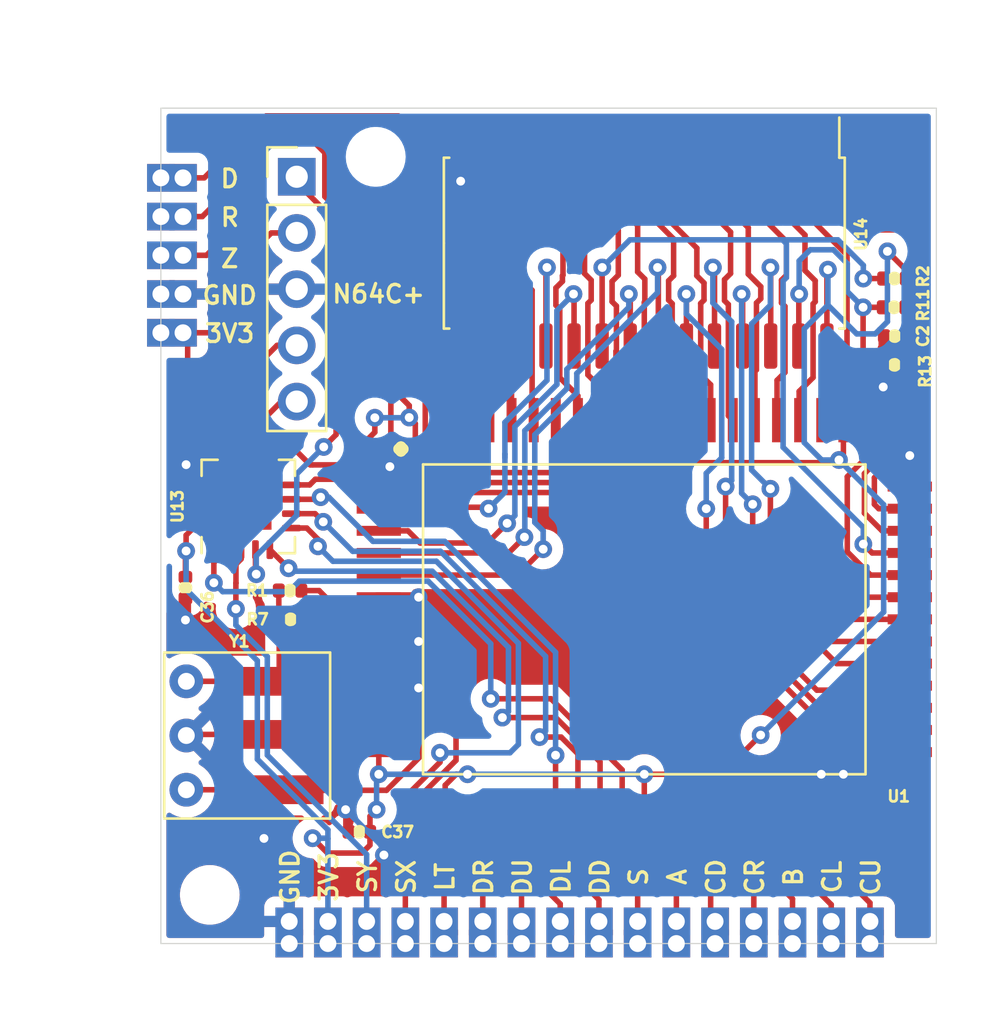
<source format=kicad_pcb>
(kicad_pcb (version 20240108) (generator "pcbnew") (generator_version "8.0")
  (layers (0 "F.Cu" signal) (31 "B.Cu" signal) (34 "B.Paste" user) (35 "F.Paste" user) (36 "B.SilkS" user "B.Silkscreen") (37 "F.SilkS" user "F.Silkscreen") (38 "B.Mask" user) (39 "F.Mask" user) (44 "Edge.Cuts" user))
  (net 0 "")
  (net 1 "MCLR")
  (net 2 "3V3")
  (net 3 "GND")
  (net 4 "DATA")
  (net 5 "A")
  (net 6 "B")
  (net 7 "S")
  (net 8 "L")
  (net 9 "R")
  (net 10 "Z")
  (net 11 "CL")
  (net 12 "CR")
  (net 13 "CU")
  (net 14 "CD")
  (net 15 "DL")
  (net 16 "DR")
  (net 17 "DU")
  (net 18 "DD")
  (net 19 "SX")
  (net 20 "SY")
  (net 21 "DQ6")
  (net 22 "DQ7")
  (net 23 "A10")
  (net 24 "OE")
  (net 25 "Net-(U1-Pad9)")
  (net 26 "OSC1")
  (net 27 "OSC2")
  (net 28 "XA")
  (net 29 "XB")
  (net 30 "YB")
  (net 31 "YA")
  (net 32 "A11")
  (net 33 "A9")
  (net 34 "A8")
  (net 35 "A13")
  (net 36 "WE")
  (net 37 "Net-(R13-Pad2)")
  (net 38 "A14")
  (net 39 "A12")
  (net 40 "A7")
  (net 41 "A6")
  (net 42 "A5")
  (net 43 "A4")
  (net 44 "A3")
  (net 45 "A2")
  (net 46 "A1")
  (net 47 "A0")
  (net 48 "DQ0")
  (net 49 "DQ1")
  (net 50 "DQ2")
  (net 51 "DQ3")
  (net 52 "DQ4")
  (net 53 "DQ5")
  (net 54 "Net-(U13-Pad10)")
  (net 55 "Net-(U13-Pad14)")
  (net 56 "Net-(U13-Pad15)")
  (net 57 "CE")
  (net 58 "Net-(R1-Pad1)")
  (net 59 "Net-(J2-Pad4)")
  (net 60 "Net-(J2-Pad5)")
  (footprint "GCPLUS2_4LAYER:pad_castellated1" (layer "F.Cu") (at 111.15 42 -90)
    (property "Reference" "TP1" (hide yes))
    (property "Value" "TestPoint")
  )
  (footprint "GCPLUS2_4LAYER:pad_castellated1" (layer "F.Cu") (at 111.15 43.75 -90)
    (property "Reference" "TP2" (hide yes))
    (property "Value" "TestPoint")
  )
  (footprint "GCPLUS2_4LAYER:pad_castellated1" (layer "F.Cu") (at 111.15 36.75 -90)
    (property "Reference" "TP3" (hide yes))
    (property "Value" "TestPoint")
  )
  (footprint "GCPLUS2_4LAYER:pad_castellated1" (layer "F.Cu") (at 133.45 70.35)
    (property "Reference" "TP4" (hide yes))
    (property "Value" "TestPoint")
  )
  (footprint "GCPLUS2_4LAYER:pad_castellated1" (layer "F.Cu") (at 138.7 70.35)
    (property "Reference" "TP5" (hide yes))
    (property "Value" "TestPoint")
  )
  (footprint "GCPLUS2_4LAYER:pad_castellated1" (layer "F.Cu") (at 131.7 70.35)
    (property "Reference" "TP6" (hide yes))
    (property "Value" "TestPoint")
  )
  (footprint "GCPLUS2_4LAYER:pad_castellated1" (layer "F.Cu") (at 111.15 38.5 -90)
    (property "Reference" "TP8" (hide yes))
    (property "Value" "TestPoint")
  )
  (footprint "GCPLUS2_4LAYER:pad_castellated1" (layer "F.Cu") (at 140.45 70.35)
    (property "Reference" "TP10" (hide yes))
    (property "Value" "TestPoint")
  )
  (footprint "GCPLUS2_4LAYER:pad_castellated1" (layer "F.Cu") (at 136.95 70.35)
    (property "Reference" "TP11" (hide yes))
    (property "Value" "TestPoint")
  )
  (footprint "GCPLUS2_4LAYER:pad_castellated1" (layer "F.Cu") (at 142.2 70.35)
    (property "Reference" "TP12" (hide yes))
    (property "Value" "TestPoint")
  )
  (footprint "GCPLUS2_4LAYER:pad_castellated1" (layer "F.Cu") (at 135.2 70.35)
    (property "Reference" "TP13" (hide yes))
    (property "Value" "TestPoint")
  )
  (footprint "GCPLUS2_4LAYER:pad_castellated1" (layer "F.Cu") (at 128.2 70.35)
    (property "Reference" "TP14" (hide yes))
    (property "Value" "TestPoint")
  )
  (footprint "GCPLUS2_4LAYER:pad_castellated1" (layer "F.Cu") (at 124.7 70.35)
    (property "Reference" "TP15" (hide yes))
    (property "Value" "TestPoint")
  )
  (footprint "GCPLUS2_4LAYER:pad_castellated1" (layer "F.Cu") (at 126.45 70.35)
    (property "Reference" "TP16" (hide yes))
    (property "Value" "TestPoint")
  )
  (footprint "GCPLUS2_4LAYER:pad_castellated1" (layer "F.Cu") (at 129.95 70.35)
    (property "Reference" "TP17" (hide yes))
    (property "Value" "TestPoint")
  )
  (footprint "GCPLUS2_4LAYER:pad_castellated1" (layer "F.Cu") (at 121.2 70.35)
    (property "Reference" "TP18" (hide yes))
    (property "Value" "TestPoint")
  )
  (footprint "GCPLUS2_4LAYER:pad_castellated1" (layer "F.Cu") (at 119.45 70.35)
    (property "Reference" "TP19" (hide yes))
    (property "Value" "TestPoint")
  )
  (footprint "Package_DFN_QFN:QFN-16-1EP_4x4mm_P0.65mm_EP2.1x2.1mm" (layer "F.Cu") (at 114.1 51.6 90)
    (property "Reference" "U13")
    (property "Value" "Wii_reg-cache_pic16f15324_PIC16F15324-N64_PMS-cache")
  )
  (footprint "Package_SO:SOIC-28W_7.5x17.9mm_P1.27mm" (layer "F.Cu") (at 132 39.7 -90)
    (property "Reference" "U14")
    (property "Value" "FM28V020")
  )
  (footprint "N64SP PCB V2_footprints:NUS-OSC" (layer "F.Cu") (at 111.5 61.9 180)
    (property "Reference" "Y1")
    (property "Value" "Crystal_GND3")
  )
  (footprint "GCPLUS2_4LAYER:C_0402_custom" (layer "F.Cu") (at 143.32 43.9)
    (property "Reference" "C2")
    (property "Value" "1uF")
  )
  (footprint "GCPLUS2_4LAYER:C_0402_custom" (layer "F.Cu") (at 111.26 55.27 90)
    (property "Reference" "C36")
    (property "Value" ".1uF")
  )
  (footprint "GCPLUS2_4LAYER:C_0402_custom" (layer "F.Cu") (at 119.12 66.3)
    (property "Reference" "C37")
    (property "Value" "1uF")
  )
  (footprint "GCPLUS2_4LAYER:R_0402_custom" (layer "F.Cu") (at 115.99 55.4)
    (property "Reference" "R1")
    (property "Value" "1M")
  )
  (footprint "GCPLUS2_4LAYER:R_0402_custom" (layer "F.Cu") (at 116.01 56.7 180)
    (property "Reference" "R7")
    (property "Value" "5.6k")
  )
  (footprint "GCPLUS2_4LAYER:R_0402_custom" (layer "F.Cu") (at 143.29 42.6 180)
    (property "Reference" "R11")
    (property "Value" "10K")
  )
  (footprint "GCPLUS2_4LAYER:R_0402_custom" (layer "F.Cu") (at 143.31 45.2)
    (property "Reference" "R13")
    (property "Value" "10K")
  )
  (footprint "N64SP PCB V2_footprints:CNT-NUS" (layer "F.Cu") (at 132 56.7)
    (property "Reference" "U1")
    (property "Value" "CNT-NUS")
  )
  (footprint "GCPLUS2_4LAYER:pad_castellated1" (layer "F.Cu") (at 111.15 40.25 -90)
    (property "Reference" "TP9" (hide yes))
    (property "Value" "TestPoint")
  )
  (footprint "GCPLUS2_4LAYER:pad_castellated1" (layer "F.Cu") (at 122.95 70.35)
    (property "Reference" "TP7" (hide yes))
    (property "Value" "TestPoint")
  )
  (footprint "GCPLUS2_4LAYER:R_0402_custom" (layer "F.Cu") (at 143.31 41.3 180)
    (property "Reference" "R2")
    (property "Value" "10K")
  )
  (footprint "GCPLUS2_4LAYER:pad_castellated1" (layer "F.Cu") (at 115.95 70.35)
    (property "Reference" "TP20" (hide yes))
    (property "Value" "TestPoint")
  )
  (footprint "GCPLUS2_4LAYER:pad_castellated1" (layer "F.Cu") (at 117.7 70.35)
    (property "Reference" "TP21" (hide yes))
    (property "Value" "TestPoint")
  )
  (footprint "MountingHole:MountingHole_2.2mm_M2" (layer "F.Cu") (at 112.36 69.15)
    (property "Reference" "REF**" (hide yes))
    (property "Value" "MountingHole_2.2mm_M2")
  )
  (footprint "MountingHole:MountingHole_2.2mm_M2" (layer "F.Cu") (at 119.86 35.8)
    (property "Reference" "REF**" (hide yes))
    (property "Value" "MountingHole_2.2mm_M2")
  )
  (footprint "Connector_PinHeader_2.54mm:PinHeader_1x05_P2.54mm_Vertical" (layer "F.Cu") (at 116.29 36.7)
    (property "Reference" "J2" (hide yes))
    (property "Value" "Conn_01x05_Female")
  )
  (gr_line (start 110.15 71.35) (end 110.15 33.6) (stroke (width 0.05)) (layer "Edge.Cuts"))
  (gr_line (start 145.2 71.35) (end 110.15 71.35) (stroke (width 0.05)) (layer "Edge.Cuts"))
  (gr_line (start 110.15 33.6) (end 145.2 33.6) (stroke (width 0.05)) (layer "Edge.Cuts"))
  (gr_line (start 145.2 33.6) (end 145.2 71.35) (stroke (width 0.05)) (layer "Edge.Cuts"))
  (gr_text "3V3" (at 113.26 43.78 0) (layer "F.SilkS") (effects (font (size 0.8 0.8))))
  (gr_text "D" (at 113.26 36.79 0) (layer "F.SilkS") (effects (font (size 0.8 0.8))))
  (gr_text "A" (at 133.49 68.34 90) (layer "F.SilkS") (effects (font (size 0.8 0.8))))
  (gr_text "CD" (at 135.24 68.34 90) (layer "F.SilkS") (effects (font (size 0.8 0.8))))
  (gr_text "GND" (at 113.26 42.06 0) (layer "F.SilkS") (effects (font (size 0.8 0.8))))
  (gr_text "R" (at 113.27 38.54 0) (layer "F.SilkS") (effects (font (size 0.8 0.8))))
  (gr_text "DU" (at 126.49 68.34 90) (layer "F.SilkS") (effects (font (size 0.8 0.8))))
  (gr_text "GND" (at 115.99 68.34 90) (layer "F.SilkS") (effects (font (size 0.8 0.8))))
  (gr_text "S" (at 131.74 68.34 90) (layer "F.SilkS") (effects (font (size 0.8 0.8))))
  (gr_text "N64C+" (at 119.99 42 0) (layer "F.SilkS") (effects (font (size 0.8 0.8))))
  (gr_text "B" (at 138.74 68.34 90) (layer "F.SilkS") (effects (font (size 0.8 0.8))))
  (gr_text "CL" (at 140.49 68.34 90) (layer "F.SilkS") (effects (font (size 0.8 0.8))))
  (gr_text "DR" (at 124.74 68.34 90) (layer "F.SilkS") (effects (font (size 0.8 0.8))))
  (gr_text "LT" (at 122.99 68.34 90) (layer "F.SilkS") (effects (font (size 0.8 0.8))))
  (gr_text "DD" (at 129.99 68.34 90) (layer "F.SilkS") (effects (font (size 0.8 0.8))))
  (gr_text "Z" (at 113.26 40.4 0) (layer "F.SilkS") (effects (font (size 0.8 0.8))))
  (gr_text "SX" (at 121.24 68.34 90) (layer "F.SilkS") (effects (font (size 0.8 0.8))))
  (gr_text "CR" (at 136.99 68.34 90) (layer "F.SilkS") (effects (font (size 0.8 0.8))))
  (gr_text "3V3" (at 117.74 68.34 90) (layer "F.SilkS") (effects (font (size 0.8 0.8))))
  (gr_text "SY" (at 119.49 68.34 90) (layer "F.SilkS") (effects (font (size 0.8 0.8))))
  (gr_text "CU" (at 142.24 68.34 90) (layer "F.SilkS") (effects (font (size 0.8 0.8))))
  (gr_text "DL" (at 128.24 68.34 90) (layer "F.SilkS") (effects (font (size 0.8 0.8))))
  (segment (start 118.07 38.74) (end 118.07 48.35) (width 0.25) (layer "F.Cu") (net 1))
  (segment (start 118.07 48.35) (end 117.51 48.91) (width 0.25) (layer "F.Cu") (net 1))
  (segment (start 116.29 36.96) (end 118.07 38.74) (width 0.25) (layer "F.Cu") (net 1))
  (segment (start 114.425 53.55) (end 114.425 54.625) (width 0.25) (layer "F.Cu") (net 1))
  (segment (start 114.425 54.625) (end 114.46 54.66) (width 0.25) (layer "F.Cu") (net 1))
  (segment (start 116.29 36.7) (end 116.29 36.96) (width 0.25) (layer "F.Cu") (net 1))
  (via (at 114.46 54.66) (size 0.8) (drill 0.4) (layers "F.Cu" "B.Cu") (net 1))
  (via (at 117.51 48.91) (size 0.8) (drill 0.4) (layers "F.Cu" "B.Cu") (net 1))
  (segment (start 114.46 53.83) (end 114.46 54.66) (width 0.25) (layer "B.Cu") (net 1))
  (segment (start 116.29 50.13) (end 116.29 52) (width 0.25) (layer "B.Cu") (net 1))
  (segment (start 116.29 52) (end 114.46 53.83) (width 0.25) (layer "B.Cu") (net 1))
  (segment (start 117.51 48.91) (end 116.29 50.13) (width 0.25) (layer "B.Cu") (net 1))
  (segment (start 111.03 48.61) (end 110.84 48.8) (width 0.25) (layer "F.Cu") (net 2))
  (segment (start 111.29 52.9) (end 111.29 53.61) (width 0.25) (layer "F.Cu") (net 2))
  (segment (start 111.36 45.6) (end 111.36 45.03) (width 0.25) (layer "F.Cu") (net 2))
  (segment (start 111.26 53.64) (end 111.29 53.61) (width 0.25) (layer "F.Cu") (net 2))
  (segment (start 119.6 66.3) (end 119.6 65.6) (width 0.25) (layer "F.Cu") (net 2))
  (segment (start 143.82 40.9) (end 142.99 40.07) (width 0.25) (layer "F.Cu") (net 2))
  (segment (start 111.615 52.575) (end 111.29 52.9) (width 0.25) (layer "F.Cu") (net 2))
  (segment (start 111.26 54.79) (end 111.26 53.64) (width 0.25) (layer "F.Cu") (net 2))
  (segment (start 117.01 66.59) (end 117.68 67.26) (width 0.25) (layer "F.Cu") (net 2))
  (segment (start 133.95 49.62) (end 140.68 49.62) (width 0.25) (layer "F.Cu") (net 2))
  (segment (start 110.564999 49.075001) (end 110.564999 51.414999) (width 0.25) (layer "F.Cu") (net 2))
  (segment (start 110.564999 51.414999) (end 111.725 52.575) (width 0.25) (layer "F.Cu") (net 2))
  (segment (start 123 64.19641) (end 123.49641 63.7) (width 0.25) (layer "F.Cu") (net 2))
  (segment (start 134 47.7) (end 134 49.57) (width 0.25) (layer "F.Cu") (net 2))
  (segment (start 123 65.7) (end 123 64.19641) (width 0.25) (layer "F.Cu") (net 2))
  (segment (start 120 62.7) (end 120 63.7) (width 0.25) (layer "F.Cu") (net 2))
  (segment (start 111.36 45.62) (end 111.36 47.47) (width 0.25) (layer "F.Cu") (net 2))
  (segment (start 141 47.7) (end 141 49.5) (width 0.25) (layer "F.Cu") (net 2))
  (segment (start 132 65.7) (end 132 63.7) (width 0.25) (layer "F.Cu") (net 2))
  (segment (start 143.82 41.3) (end 143.82 40.9) (width 0.25) (layer "F.Cu") (net 2))
  (segment (start 110.84 48.8) (end 110.564999 49.075001) (width 0.25) (layer "F.Cu") (net 2))
  (segment (start 134 49.31) (end 134 47.7) (width 0.25) (layer "F.Cu") (net 2))
  (segment (start 123.49641 63.7) (end 124.01 63.7) (width 0.25) (layer "F.Cu") (net 2))
  (segment (start 128 49.07) (end 128.55 49.62) (width 0.25) (layer "F.Cu") (net 2))
  (segment (start 113.97 42.82) (end 113.04 43.75) (width 0.25) (layer "F.Cu") (net 2))
  (segment (start 111.36 43.86) (end 111.25 43.75) (width 0.25) (layer "F.Cu") (net 2))
  (segment (start 132 63.7) (end 135.49 63.7) (width 0.25) (layer "F.Cu") (net 2))
  (segment (start 119.24 67.26) (end 119.6 66.9) (width 0.25) (layer "F.Cu") (net 2))
  (segment (start 128 47.7) (end 128 49.07) (width 0.25) (layer "F.Cu") (net 2))
  (segment (start 133.12 49.62) (end 133.69 49.62) (width 0.25) (layer "F.Cu") (net 2))
  (segment (start 112.15 52.575) (end 111.615 52.575) (width 0.25) (layer "F.Cu") (net 2))
  (segment (start 140.68 49.62) (end 140.8 49.5) (width 0.25) (layer "F.Cu") (net 2))
  (segment (start 135.49 63.7) (end 137.26 61.93) (width 0.25) (layer "F.Cu") (net 2))
  (segment (start 119.6 66.9) (end 119.6 66.3) (width 0.25) (layer "F.Cu") (net 2))
  (segment (start 140.255 40.945) (end 140.3 40.9) (width 0.25) (layer "F.Cu") (net 2))
  (segment (start 116.29 39.24) (end 115.14 39.24) (width 0.25) (layer "F.Cu") (net 2))
  (segment (start 111.725 52.575) (end 112.15 52.575) (width 0.25) (layer "F.Cu") (net 2))
  (segment (start 143.8 41.32) (end 143.82 41.3) (width 0.25) (layer "F.Cu") (net 2))
  (segment (start 113.04 43.75) (end 111.25 43.75) (width 0.25) (layer "F.Cu") (net 2))
  (segment (start 111.36 47.47) (end 111.36 48.28) (width 0.25) (layer "F.Cu") (net 2))
  (segment (start 111.36 45.03) (end 111.36 45.62) (width 0.25) (layer "F.Cu") (net 2))
  (segment (start 113.97 40.41) (end 113.97 42.82) (width 0.25) (layer "F.Cu") (net 2))
  (segment (start 119.6 65.6) (end 119.9 65.3) (width 0.25) (layer "F.Cu") (net 2))
  (segment (start 111.36 45.03) (end 111.36 43.86) (width 0.25) (layer "F.Cu") (net 2))
  (segment (start 133.12 49.62) (end 133.95 49.62) (width 0.25) (layer "F.Cu") (net 2))
  (segment (start 140.255 44.35) (end 140.255 40.945) (width 0.25) (layer "F.Cu") (net 2))
  (segment (start 134 49.57) (end 133.95 49.62) (width 0.25) (layer "F.Cu") (net 2))
  (segment (start 128.55 49.62) (end 133.12 49.62) (width 0.25) (layer "F.Cu") (net 2))
  (segment (start 117.68 67.26) (end 119.24 67.26) (width 0.25) (layer "F.Cu") (net 2))
  (segment (start 111.36 48.28) (end 110.84 48.8) (width 0.25) (layer "F.Cu") (net 2))
  (segment (start 143.8 43.9) (end 143.8 41.32) (width 0.25) (layer "F.Cu") (net 2))
  (segment (start 111.38 47.45) (end 111.36 47.47) (width 0.25) (layer "F.Cu") (net 2))
  (segment (start 115.14 39.24) (end 113.97 40.41) (width 0.25) (layer "F.Cu") (net 2))
  (via (at 117.01 66.59) (size 0.8) (drill 0.4) (layers "F.Cu" "B.Cu") (net 2))
  (via (at 111.29 53.61) (size 0.8) (drill 0.4) (layers "F.Cu" "B.Cu") (net 2))
  (via (at 120 63.7) (size 0.8) (drill 0.4) (layers "F.Cu" "B.Cu") (net 2))
  (via (at 132 63.7) (size 0.8) (drill 0.4) (layers "F.Cu" "B.Cu") (net 2))
  (via (at 140.3 40.9) (size 0.8) (drill 0.4) (layers "F.Cu" "B.Cu") (net 2))
  (via (at 119.9 65.3) (size 0.8) (drill 0.4) (layers "F.Cu" "B.Cu") (net 2))
  (via (at 142.99 40.07) (size 0.8) (drill 0.4) (layers "F.Cu" "B.Cu") (net 2))
  (via (at 137.26 61.93) (size 0.8) (drill 0.4) (layers "F.Cu" "B.Cu") (net 2))
  (via (at 124.01 63.7) (size 0.8) (drill 0.4) (layers "F.Cu" "B.Cu") (net 2))
  (via (at 140.8 49.5) (size 0.8) (drill 0.4) (layers "F.Cu" "B.Cu") (net 2))
  (segment (start 142.82 56.37) (end 142.82 51.52) (width 0.25) (layer "B.Cu") (net 2))
  (segment (start 139.23 48.71) (end 139.23 43.57) (width 0.25) (layer "B.Cu") (net 2))
  (segment (start 111.29 55.35) (end 111.29 53.61) (width 0.25) (layer "B.Cu") (net 2))
  (segment (start 124.01 63.7) (end 120 63.7) (width 0.25) (layer "B.Cu") (net 2))
  (segment (start 142.99 43.25) (end 142.635 43.605) (width 0.25) (layer "B.Cu") (net 2))
  (segment (start 117.7 66.61) (end 117.7 70.35) (width 0.25) (layer "B.Cu") (net 2))
  (segment (start 137.26 61.93) (end 142.82 56.37) (width 0.25) (layer "B.Cu") (net 2))
  (segment (start 119.9 65.3) (end 119.9 63.8) (width 0.25) (layer "B.Cu") (net 2))
  (segment (start 117.68 66.59) (end 117.7 66.61) (width 0.25) (layer "B.Cu") (net 2))
  (segment (start 140.02 49.5) (end 139.23 48.71) (width 0.25) (layer "B.Cu") (net 2))
  (segment (start 142.44 43.8) (end 141.6 43.8) (width 0.25) (layer "B.Cu") (net 2))
  (segment (start 117.7 66.61) (end 117.7 66.209412) (width 0.25) (layer "B.Cu") (net 2))
  (segment (start 140.3 42.5) (end 140.3 40.9) (width 0.25) (layer "B.Cu") (net 2))
  (segment (start 114.50999 63.019402) (end 114.50999 58.56999) (width 0.25) (layer "B.Cu") (net 2))
  (segment (start 140.8 49.5) (end 140.02 49.5) (width 0.25) (layer "B.Cu") (net 2))
  (segment (start 117.01 66.59) (end 117.68 66.59) (width 0.25) (layer "B.Cu") (net 2))
  (segment (start 124.01 63.7) (end 132 63.7) (width 0.25) (layer "B.Cu") (net 2))
  (segment (start 142.99 40.07) (end 142.99 43.25) (width 0.25) (layer "B.Cu") (net 2))
  (segment (start 117.7 66.209412) (end 114.50999 63.019402) (width 0.25) (layer "B.Cu") (net 2))
  (segment (start 119.9 63.8) (end 120 63.7) (width 0.25) (layer "B.Cu") (net 2))
  (segment (start 142.635 43.605) (end 142.44 43.8) (width 0.25) (layer "B.Cu") (net 2))
  (segment (start 114.50999 58.56999) (end 111.29 55.35) (width 0.25) (layer "B.Cu") (net 2))
  (segment (start 142.82 51.52) (end 140.8 49.5) (width 0.25) (layer "B.Cu") (net 2))
  (segment (start 139.23 43.57) (end 140.3 42.5) (width 0.25) (layer "B.Cu") (net 2))
  (segment (start 141.6 43.8) (end 140.3 42.5) (width 0.25) (layer "B.Cu") (net 2))
  (segment (start 111.635 50.625) (end 111.39 50.38) (width 0.25) (layer "F.Cu") (net 3))
  (segment (start 142.8 45.2) (end 142.8 43.94) (width 0.25) (layer "F.Cu") (net 3))
  (segment (start 142.8 45.2) (end 142.8 46.2) (width 0.25) (layer "F.Cu") (net 3))
  (segment (start 120 55.7) (end 121.8 55.7) (width 0.25) (layer "F.Cu") (net 3))
  (segment (start 118.64 66.3) (end 118.64 65.44) (width 0.25) (layer "F.Cu") (net 3))
  (segment (start 120 59.7) (end 121.8 59.7) (width 0.25) (layer "F.Cu") (net 3))
  (segment (start 111.39 49.81) (end 111.29 49.71) (width 0.25) (layer "F.Cu") (net 3))
  (segment (start 112.15 50.625) (end 111.635 50.625) (width 0.25) (layer "F.Cu") (net 3))
  (segment (start 141 65.7) (end 141 63.7) (width 0.25) (layer "F.Cu") (net 3))
  (segment (start 142.8 43.94) (end 142.84 43.9) (width 0.25) (layer "F.Cu") (net 3))
  (segment (start 111.26 55.75) (end 111.26 56.73) (width 0.25) (layer "F.Cu") (net 3))
  (segment (start 113.125 50.625) (end 114.1 51.6) (width 0.25) (layer "F.Cu") (net 3))
  (segment (start 120 50.3) (end 120.5 49.8) (width 0.25) (layer "F.Cu") (net 3))
  (segment (start 118.64 65.44) (end 118.5 65.3) (width 0.25) (layer "F.Cu") (net 3))
  (segment (start 120 57.7) (end 121.8 57.7) (width 0.25) (layer "F.Cu") (net 3))
  (segment (start 140 65.7) (end 140 63.7) (width 0.25) (layer "F.Cu") (net 3))
  (segment (start 120 50.7) (end 120 50.3) (width 0.25) (layer "F.Cu") (net 3))
  (segment (start 111.35 61.9) (end 111.3 61.95) (width 0.25) (layer "F.Cu") (net 3))
  (segment (start 123.745 36.855) (end 123.7 36.9) (width 0.25) (layer "F.Cu") (net 3))
  (segment (start 115.5 61.9) (end 111.35 61.9) (width 0.25) (layer "F.Cu") (net 3))
  (segment (start 144 50.7) (end 144 49.3) (width 0.25) (layer "F.Cu") (net 3))
  (segment (start 112.15 50.625) (end 113.125 50.625) (width 0.25) (layer "F.Cu") (net 3))
  (segment (start 123.745 35.05) (end 123.745 36.855) (width 0.25) (layer "F.Cu") (net 3))
  (segment (start 111.39 50.38) (end 111.39 49.81) (width 0.25) (layer "F.Cu") (net 3))
  (via (at 141 63.7) (size 0.8) (drill 0.4) (layers "F.Cu" "B.Cu") (net 3))
  (via (at 142.8 46.2) (size 0.8) (drill 0.4) (layers "F.Cu" "B.Cu") (net 3))
  (via (at 121.8 57.7) (size 0.8) (drill 0.4) (layers "F.Cu" "B.Cu") (net 3))
  (via (at 111.26 56.73) (size 0.8) (drill 0.4) (layers "F.Cu" "B.Cu") (net 3))
  (via (at 111.29 49.71) (size 0.8) (drill 0.4) (layers "F.Cu" "B.Cu") (net 3))
  (via (at 121.8 59.8) (size 0.8) (drill 0.4) (layers "F.Cu" "B.Cu") (net 3))
  (via (at 140 63.7) (size 0.8) (drill 0.4) (layers "F.Cu" "B.Cu") (net 3))
  (via (at 123.7 36.9) (size 0.8) (drill 0.4) (layers "F.Cu" "B.Cu") (net 3))
  (via (at 144 49.3) (size 0.8) (drill 0.4) (layers "F.Cu" "B.Cu") (net 3))
  (via (at 120.5 49.8) (size 0.8) (drill 0.4) (layers "F.Cu" "B.Cu") (net 3))
  (via (at 120.23 67.35) (size 0.8) (drill 0.4) (layers "F.Cu" "B.Cu") (net 3))
  (via (at 121.8 55.7) (size 0.8) (drill 0.4) (layers "F.Cu" "B.Cu") (net 3))
  (via (at 118.5 65.3) (size 0.8) (drill 0.4) (layers "F.Cu" "B.Cu") (net 3))
  (via (at 114.81 66.6) (size 0.8) (drill 0.4) (layers "F.Cu" "B.Cu") (net 3))
  (segment (start 118.5 65.3) (end 119.61 66.41) (width 0.25) (layer "B.Cu") (net 3))
  (segment (start 114.90999 33.95001) (end 112.11 36.75) (width 0.25) (layer "F.Cu") (net 4))
  (segment (start 139.8 59.9) (end 129.97001 50.07001) (width 0.25) (layer "F.Cu") (net 4))
  (segment (start 144 60.7) (end 142.7 60.7) (width 0.25) (layer "F.Cu") (net 4))
  (segment (start 142.3 60.3) (end 142.3 59.9) (width 0.25) (layer "F.Cu") (net 4))
  (segment (start 142.7 60.7) (end 142.3 60.3) (width 0.25) (layer "F.Cu") (net 4))
  (segment (start 122.1 35.17) (end 120.88001 33.95001) (width 0.25) (layer "F.Cu") (net 4))
  (segment (start 142.3 59.9) (end 139.8 59.9) (width 0.25) (layer "F.Cu") (net 4))
  (segment (start 142.5 59.7) (end 144 59.7) (width 0.25) (layer "F.Cu") (net 4))
  (segment (start 123.37001 50.07001) (end 122.1 48.8) (width 0.25) (layer "F.Cu") (net 4))
  (segment (start 142.3 59.9) (end 142.5 59.7) (width 0.25) (layer "F.Cu") (net 4))
  (segment (start 129.97001 50.07001) (end 123.37001 50.07001) (width 0.25) (layer "F.Cu") (net 4))
  (segment (start 120.88001 33.95001) (end 114.90999 33.95001) (width 0.25) (layer "F.Cu") (net 4))
  (segment (start 122.1 48.8) (end 122.1 35.17) (width 0.25) (layer "F.Cu") (net 4))
  (segment (start 112.11 36.75) (end 111.25 36.75) (width 0.25) (layer "F.Cu") (net 4))
  (segment (start 134 65.7) (end 134 67.36) (width 0.25) (layer "F.Cu") (net 5))
  (segment (start 133.45 67.91) (end 133.45 70.35) (width 0.25) (layer "F.Cu") (net 5))
  (segment (start 134 67.36) (end 133.45 67.91) (width 0.25) (layer "F.Cu") (net 5))
  (segment (start 138.7 69.33) (end 138.7 70.35) (width 0.25) (layer "F.Cu") (net 6))
  (segment (start 137 67.63) (end 138.7 69.33) (width 0.25) (layer "F.Cu") (net 6))
  (segment (start 137 65.7) (end 137 67.63) (width 0.25) (layer "F.Cu") (net 6))
  (segment (start 133 66.95) (end 131.7 68.25) (width 0.25) (layer "F.Cu") (net 7))
  (segment (start 133 65.7) (end 133 66.95) (width 0.25) (layer "F.Cu") (net 7))
  (segment (start 131.7 68.25) (end 131.7 70.35) (width 0.25) (layer "F.Cu") (net 7))
  (segment (start 122.95 70.35) (end 122.95 67.9) (width 0.25) (layer "F.Cu") (net 8))
  (segment (start 122.95 67.9) (end 121.86 66.81) (width 0.25) (layer "F.Cu") (net 8))
  (segment (start 121.873002 56.7) (end 120 56.7) (width 0.25) (layer "F.Cu") (net 8))
  (segment (start 123.49 58.316998) (end 121.873002 56.7) (width 0.25) (layer "F.Cu") (net 8))
  (segment (start 121.86 64.7) (end 123.49 63.07) (width 0.25) (layer "F.Cu") (net 8))
  (segment (start 123.49 63.07) (end 123.49 58.316998) (width 0.25) (layer "F.Cu") (net 8))
  (segment (start 121.86 66.81) (end 121.86 64.7) (width 0.25) (layer "F.Cu") (net 8))
  (segment (start 116.98002 34.40002) (end 118.01 35.43) (width 0.25) (layer "F.Cu") (net 9))
  (segment (start 140.96359 61.7) (end 129.78361 50.52002) (width 0.25) (layer "F.Cu") (net 9))
  (segment (start 118.01 35.43) (end 118.01 37.40718) (width 0.25) (layer "F.Cu") (net 9))
  (segment (start 121.093205 46.756795) (end 121.29642 46.96001) (width 0.25) (layer "F.Cu") (net 9))
  (segment (start 113.26 37.26) (end 113.26 36.23641) (width 0.25) (layer "F.Cu") (net 9))
  (segment (start 118.97002 38.3672) (end 118.97002 44.63361) (width 0.25) (layer "F.Cu") (net 9))
  (segment (start 117.01 49.72) (end 118.34359 49.72) (width 0.25) (layer "F.Cu") (net 9))
  (segment (start 112.02 38.5) (end 113.26 37.26) (width 0.25) (layer "F.Cu") (net 9))
  (segment (start 123.18361 50.52002) (end 121.64999 48.9864) (width 0.25) (layer "F.Cu") (net 9))
  (segment (start 111.25 38.5) (end 112.02 38.5) (width 0.25) (layer "F.Cu") (net 9))
  (segment (start 116.89998 49.72) (end 116.13999 48.96001) (width 0.25) (layer "F.Cu") (net 9))
  (segment (start 118.97002 44.63361) (end 121.093205 46.756795) (width 0.25) (layer "F.Cu") (net 9))
  (segment (start 129.78361 50.52002) (end 123.18361 50.52002) (width 0.25) (layer "F.Cu") (net 9))
  (segment (start 121.375 47.58) (end 121.375 47.03859) (width 0.25) (layer "F.Cu") (net 9))
  (segment (start 121.64999 48.9864) (end 121.64999 47.85499) (width 0.25) (layer "F.Cu") (net 9))
  (segment (start 113.26 36.23641) (end 115.09639 34.40002) (width 0.25) (layer "F.Cu") (net 9))
  (segment (start 115.16 48.96001) (end 116.13999 48.96001) (width 0.25) (layer "F.Cu") (net 9))
  (segment (start 115.075 49.04501) (end 115.16 48.96001) (width 0.25) (layer "F.Cu") (net 9))
  (segment (start 115.075 49.65) (end 115.075 49.04501) (width 0.25) (layer "F.Cu") (net 9))
  (segment (start 115.09639 34.40002) (end 116.98002 34.40002) (width 0.25) (layer "F.Cu") (net 9))
  (segment (start 119.820001 48.243589) (end 119.820001 47.59) (width 0.25) (layer "F.Cu") (net 9))
  (segment (start 121.64999 47.85499) (end 121.375 47.58) (width 0.25) (layer "F.Cu") (net 9))
  (segment (start 121.375 47.03859) (end 121.093205 46.756795) (width 0.25) (layer "F.Cu") (net 9))
  (segment (start 118.34359 49.72) (end 119.820001 48.243589) (width 0.25) (layer "F.Cu") (net 9))
  (segment (start 118.01 37.40718) (end 118.97002 38.3672) (width 0.25) (layer "F.Cu") (net 9))
  (segment (start 117.01 49.72) (end 116.89998 49.72) (width 0.25) (layer "F.Cu") (net 9))
  (segment (start 144 61.7) (end 140.96359 61.7) (width 0.25) (layer "F.Cu") (net 9))
  (via (at 119.820001 47.59) (size 0.8) (drill 0.4) (layers "F.Cu" "B.Cu") (net 9))
  (via (at 121.375 47.58) (size 0.8) (drill 0.4) (layers "F.Cu" "B.Cu") (net 9))
  (segment (start 119.820001 47.59) (end 121.365 47.59) (width 0.25) (layer "B.Cu") (net 9))
  (segment (start 121.365 47.59) (end 121.375 47.58) (width 0.25) (layer "B.Cu") (net 9))
  (segment (start 116.875 50.625) (end 117.13 50.37) (width 0.25) (layer "F.Cu") (net 10))
  (segment (start 113.71001 36.42281) (end 115.28279 34.85003) (width 0.25) (layer "F.Cu") (net 10))
  (segment (start 117.13 50.37) (end 118.33 50.37) (width 0.25) (layer "F.Cu") (net 10))
  (segment (start 119.625001 49.074999) (end 120.545001 49.074999) (width 0.25) (layer "F.Cu") (net 10))
  (segment (start 118.33 50.37) (end 119.625001 49.074999) (width 0.25) (layer "F.Cu") (net 10))
  (segment (start 116.05 50.625) (end 116.875 50.625) (width 0.25) (layer "F.Cu") (net 10))
  (segment (start 129.59721 50.97003) (end 141.32718 62.7) (width 0.25) (layer "F.Cu") (net 10))
  (segment (start 111.25 40.25) (end 112.21 40.25) (width 0.25) (layer "F.Cu") (net 10))
  (segment (start 118.52001 44.82001) (end 120.545001 46.845001) (width 0.25) (layer "F.Cu") (net 10))
  (segment (start 117.55999 35.6164) (end 117.559991 36.270009) (width 0.25) (layer "F.Cu") (net 10))
  (segment (start 120.545001 47.674999) (end 120.545001 49.074999) (width 0.25) (layer "F.Cu") (net 10))
  (segment (start 115.28279 34.85003) (end 116.79362 34.85003) (width 0.25) (layer "F.Cu") (net 10))
  (segment (start 117.559991 37.593581) (end 118.52001 38.5536) (width 0.25) (layer "F.Cu") (net 10))
  (segment (start 113.71001 38.74999) (end 113.71001 36.42281) (width 0.25) (layer "F.Cu") (net 10))
  (segment (start 112.21 40.25) (end 113.71001 38.74999) (width 0.25) (layer "F.Cu") (net 10))
  (segment (start 118.52001 38.5536) (end 118.52001 44.82001) (width 0.25) (layer "F.Cu") (net 10))
  (segment (start 117.559991 36.270009) (end 117.559991 37.593581) (width 0.25) (layer "F.Cu") (net 10))
  (segment (start 122.99721 50.97003) (end 129.59721 50.97003) (width 0.25) (layer "F.Cu") (net 10))
  (segment (start 120.545001 49.074999) (end 121.102179 49.074999) (width 0.25) (layer "F.Cu") (net 10))
  (segment (start 121.102179 49.074999) (end 122.99721 50.97003) (width 0.25) (layer "F.Cu") (net 10))
  (segment (start 120.545001 46.845001) (end 120.545001 47.674999) (width 0.25) (layer "F.Cu") (net 10))
  (segment (start 116.79362 34.85003) (end 117.55999 35.6164) (width 0.25) (layer "F.Cu") (net 10))
  (segment (start 141.32718 62.7) (end 144 62.7) (width 0.25) (layer "F.Cu") (net 10))
  (segment (start 140.45 69.59) (end 138 67.14) (width 0.25) (layer "F.Cu") (net 11))
  (segment (start 138 65.7) (end 138 67.14) (width 0.25) (layer "F.Cu") (net 11))
  (segment (start 140.45 70.35) (end 140.45 69.59) (width 0.25) (layer "F.Cu") (net 11))
  (segment (start 136.95 68.87) (end 136.95 70.35) (width 0.25) (layer "F.Cu") (net 12))
  (segment (start 136 65.7) (end 136 67.92) (width 0.25) (layer "F.Cu") (net 12))
  (segment (start 136 67.92) (end 136.95 68.87) (width 0.25) (layer "F.Cu") (net 12))
  (segment (start 141.15 68.46) (end 142.2 69.51) (width 0.25) (layer "F.Cu") (net 13))
  (segment (start 142.2 69.51) (end 142.2 70.35) (width 0.25) (layer "F.Cu") (net 13))
  (segment (start 139 65.7) (end 139 67.34) (width 0.25) (layer "F.Cu") (net 13))
  (segment (start 140.12 68.46) (end 141.15 68.46) (width 0.25) (layer "F.Cu") (net 13))
  (segment (start 139 67.34) (end 140.12 68.46) (width 0.25) (layer "F.Cu") (net 13))
  (segment (start 135 70.15) (end 135.2 70.35) (width 0.25) (layer "F.Cu") (net 14))
  (segment (start 135 65.7) (end 135 70.15) (width 0.25) (layer "F.Cu") (net 14))
  (segment (start 128.2 69.56) (end 128.2 70.35) (width 0.25) (layer "F.Cu") (net 15))
  (segment (start 126 65.7) (end 126 67.36) (width 0.25) (layer "F.Cu") (net 15))
  (segment (start 126 67.36) (end 128.2 69.56) (width 0.25) (layer "F.Cu") (net 15))
  (segment (start 124 67.5) (end 124.7 68.2) (width 0.25) (layer "F.Cu") (net 16))
  (segment (start 124.7 68.2) (end 124.7 70.35) (width 0.25) (layer "F.Cu") (net 16))
  (segment (start 124 65.7) (end 124 67.5) (width 0.25) (layer "F.Cu") (net 16))
  (segment (start 125 65.7) (end 125 67.44) (width 0.25) (layer "F.Cu") (net 17))
  (segment (start 126.45 68.89) (end 126.45 70.35) (width 0.25) (layer "F.Cu") (net 17))
  (segment (start 125 67.44) (end 126.45 68.89) (width 0.25) (layer "F.Cu") (net 17))
  (segment (start 128.07 68.6) (end 129.18 68.6) (width 0.25) (layer "F.Cu") (net 18))
  (segment (start 127 67.53) (end 128.07 68.6) (width 0.25) (layer "F.Cu") (net 18))
  (segment (start 127 65.7) (end 127 67.53) (width 0.25) (layer "F.Cu") (net 18))
  (segment (start 129.18 68.6) (end 129.95 69.37) (width 0.25) (layer "F.Cu") (net 18))
  (segment (start 129.95 69.37) (end 129.95 70.35) (width 0.25) (layer "F.Cu") (net 18))
  (segment (start 117.25 53.08) (end 117.25 53.4) (width 0.25) (layer "F.Cu") (net 19))
  (segment (start 122.765 63.15859) (end 122.765 62.73) (width 0.25) (layer "F.Cu") (net 19))
  (segment (start 116.05 52.575) (end 116.745 52.575) (width 0.25) (layer "F.Cu") (net 19))
  (segment (start 121.2 70.35) (end 121.2 64.72359) (width 0.25) (layer "F.Cu") (net 19))
  (segment (start 116.745 52.575) (end 117.25 53.08) (width 0.25) (layer "F.Cu") (net 19))
  (segment (start 121.2 64.72359) (end 122.765 63.15859) (width 0.25) (layer "F.Cu") (net 19))
  (via (at 122.765 62.73) (size 0.8) (drill 0.4) (layers "F.Cu" "B.Cu") (net 19))
  (via (at 117.25 53.4) (size 0.8) (drill 0.4) (layers "F.Cu" "B.Cu") (net 19))
  (segment (start 126.31 62.35) (end 126.31 57.78282) (width 0.25) (layer "B.Cu") (net 19))
  (segment (start 122.765 62.73) (end 125.93 62.73) (width 0.25) (layer "B.Cu") (net 19))
  (segment (start 126.31 57.78282) (end 122.602159 54.074979) (width 0.25) (layer "B.Cu") (net 19))
  (segment (start 122.602159 54.074979) (end 117.924979 54.074979) (width 0.25) (layer "B.Cu") (net 19))
  (segment (start 125.93 62.73) (end 126.31 62.35) (width 0.25) (layer "B.Cu") (net 19))
  (segment (start 117.924979 54.074979) (end 117.25 53.4) (width 0.25) (layer "B.Cu") (net 19))
  (segment (start 113.775 53.975) (end 113.543841 54.206159) (width 0.25) (layer "F.Cu") (net 20))
  (segment (start 113.543841 54.206159) (end 113.543841 55.060819) (width 0.25) (layer "F.Cu") (net 20))
  (segment (start 113.54 55.06466) (end 113.543841 55.060819) (width 0.25) (layer "F.Cu") (net 20))
  (segment (start 113.775 53.55) (end 113.775 53.975) (width 0.25) (layer "F.Cu") (net 20))
  (segment (start 113.54 56.23) (end 113.54 55.06466) (width 0.25) (layer "F.Cu") (net 20))
  (via (at 113.54 56.23) (size 0.8) (drill 0.4) (layers "F.Cu" "B.Cu") (net 20))
  (segment (start 114.96 62.833002) (end 119.45 67.323002) (width 0.25) (layer "B.Cu") (net 20))
  (segment (start 119.45 67.323002) (end 119.45 70.35) (width 0.25) (layer "B.Cu") (net 20))
  (segment (start 113.54 56.23) (end 113.54 56.96359) (width 0.25) (layer "B.Cu") (net 20))
  (segment (start 114.96 58.38359) (end 114.96 62.833002) (width 0.25) (layer "B.Cu") (net 20))
  (segment (start 113.54 56.96359) (end 114.96 58.38359) (width 0.25) (layer "B.Cu") (net 20))
  (segment (start 127.555 44.35) (end 127.555 40.845) (width 0.25) (layer "F.Cu") (net 21))
  (segment (start 127.555 40.845) (end 127.6 40.8) (width 0.25) (layer "F.Cu") (net 21))
  (segment (start 124.899969 51.634999) (end 124.96 51.69503) (width 0.25) (layer "F.Cu") (net 21))
  (segment (start 120.065001 51.634999) (end 124.899969 51.634999) (width 0.25) (layer "F.Cu") (net 21))
  (segment (start 120 51.7) (end 120.065001 51.634999) (width 0.25) (layer "F.Cu") (net 21))
  (via (at 124.96 51.69503) (size 0.8) (drill 0.4) (layers "F.Cu" "B.Cu") (net 21))
  (via (at 127.6 40.8) (size 0.8) (drill 0.4) (layers "F.Cu" "B.Cu") (net 21))
  (segment (start 124.96 51.69503) (end 125.7 50.95503) (width 0.25) (layer "B.Cu") (net 21))
  (segment (start 125.7 49.23) (end 125.7 47.8) (width 0.25) (layer "B.Cu") (net 21))
  (segment (start 127.6 45.9) (end 127.6 40.8) (width 0.25) (layer "B.Cu") (net 21))
  (segment (start 125.7 50.95503) (end 125.7 50.61) (width 0.25) (layer "B.Cu") (net 21))
  (segment (start 125.7 47.8) (end 127.6 45.9) (width 0.25) (layer "B.Cu") (net 21))
  (segment (start 125.7 49.4) (end 125.7 49.23) (width 0.25) (layer "B.Cu") (net 21))
  (segment (start 125.7 49.23) (end 125.7 50.61) (width 0.25) (layer "B.Cu") (net 21))
  (segment (start 124.91001 53.24999) (end 121.86999 53.24999) (width 0.25) (layer "F.Cu") (net 22))
  (segment (start 125.8 52.36) (end 124.91001 53.24999) (width 0.25) (layer "F.Cu") (net 22))
  (segment (start 128.825 42.025) (end 128.8 42) (width 0.25) (layer "F.Cu") (net 22))
  (segment (start 121.86999 53.24999) (end 121.32 52.7) (width 0.25) (layer "F.Cu") (net 22))
  (segment (start 120 52.7) (end 121.32 52.7) (width 0.25) (layer "F.Cu") (net 22))
  (segment (start 128.825 44.35) (end 128.825 42.025) (width 0.25) (layer "F.Cu") (net 22))
  (via (at 125.8 52.36) (size 0.8) (drill 0.4) (layers "F.Cu" "B.Cu") (net 22))
  (via (at 128.8 42) (size 0.8) (drill 0.4) (layers "F.Cu" "B.Cu") (net 22))
  (segment (start 126.15001 52.00999) (end 125.8 52.36) (width 0.25) (layer "B.Cu") (net 22))
  (segment (start 128.8 42) (end 128.05001 42.74999) (width 0.25) (layer "B.Cu") (net 22))
  (segment (start 126.15001 47.9864) (end 126.15001 52.00999) (width 0.25) (layer "B.Cu") (net 22))
  (segment (start 128.05001 42.74999) (end 128.05001 46.0864) (width 0.25) (layer "B.Cu") (net 22))
  (segment (start 128.05001 46.0864) (end 126.15001 47.9864) (width 0.25) (layer "B.Cu") (net 22))
  (segment (start 125.865566 53.7) (end 120 53.7) (width 0.25) (layer "F.Cu") (net 23))
  (segment (start 126.58087 52.984696) (end 125.865566 53.7) (width 0.25) (layer "F.Cu") (net 23))
  (segment (start 131.365 44.35) (end 131.365 42.065) (width 0.25) (layer "F.Cu") (net 23))
  (segment (start 131.365 42.065) (end 131.3 42) (width 0.25) (layer "F.Cu") (net 23))
  (via (at 131.3 42) (size 0.8) (drill 0.4) (layers "F.Cu" "B.Cu") (net 23))
  (via (at 126.58087 52.984696) (size 0.8) (drill 0.4) (layers "F.Cu" "B.Cu") (net 23))
  (segment (start 128.50002 45.39998) (end 131.3 42.6) (width 0.25) (layer "B.Cu") (net 23))
  (segment (start 126.60002 52.965546) (end 126.58087 52.984696) (width 0.25) (layer "B.Cu") (net 23))
  (segment (start 126.60002 48.1728) (end 128.50002 46.2728) (width 0.25) (layer "B.Cu") (net 23))
  (segment (start 131.3 42.6) (end 131.3 42) (width 0.25) (layer "B.Cu") (net 23))
  (segment (start 126.60002 49.7728) (end 126.60002 48.1728) (width 0.25) (layer "B.Cu") (net 23))
  (segment (start 126.60002 49.7728) (end 126.60002 52.965546) (width 0.25) (layer "B.Cu") (net 23))
  (segment (start 128.50002 46.2728) (end 128.50002 45.39998) (width 0.25) (layer "B.Cu") (net 23))
  (segment (start 126.26 54.7) (end 127.43 53.53) (width 0.25) (layer "F.Cu") (net 24))
  (segment (start 132.635 40.835) (end 132.6 40.8) (width 0.25) (layer "F.Cu") (net 24))
  (segment (start 120 54.7) (end 126.26 54.7) (width 0.25) (layer "F.Cu") (net 24))
  (segment (start 132.635 44.35) (end 132.635 40.835) (width 0.25) (layer "F.Cu") (net 24))
  (via (at 132.6 40.8) (size 0.8) (drill 0.4) (layers "F.Cu" "B.Cu") (net 24))
  (via (at 127.43 53.53) (size 0.8) (drill 0.4) (layers "F.Cu" "B.Cu") (net 24))
  (segment (start 127.43 52.7) (end 127.43 53.53) (width 0.25) (layer "B.Cu") (net 24))
  (segment (start 127.050029 52.320029) (end 127.43 52.7) (width 0.25) (layer "B.Cu") (net 24))
  (segment (start 128.950029 46.459201) (end 127.05003 48.3592) (width 0.25) (layer "B.Cu") (net 24))
  (segment (start 127.05003 48.3592) (end 127.050029 52.320029) (width 0.25) (layer "B.Cu") (net 24))
  (segment (start 132.6 40.8) (end 132.6 41.93641) (width 0.25) (layer "B.Cu") (net 24))
  (segment (start 132.6 41.93641) (end 128.95003 45.58638) (width 0.25) (layer "B.Cu") (net 24))
  (segment (start 128.95003 45.58638) (end 128.950029 46.459201) (width 0.25) (layer "B.Cu") (net 24))
  (segment (start 115.5 64.4) (end 115.525001 64.425001) (width 0.25) (layer "F.Cu") (net 26))
  (segment (start 118.75 60.7) (end 118.6 60.55) (width 0.25) (layer "F.Cu") (net 26))
  (segment (start 118.6 56.7) (end 117.3 55.4) (width 0.25) (layer "F.Cu") (net 26))
  (segment (start 115.525001 64.425001) (end 120.348001 64.425001) (width 0.25) (layer "F.Cu") (net 26))
  (segment (start 121.6 60.7) (end 120 60.7) (width 0.25) (layer "F.Cu") (net 26))
  (segment (start 117.3 55.4) (end 116.5 55.4) (width 0.25) (layer "F.Cu") (net 26))
  (segment (start 118.6 60.55) (end 118.6 56.7) (width 0.25) (layer "F.Cu") (net 26))
  (segment (start 120 60.7) (end 118.75 60.7) (width 0.25) (layer "F.Cu") (net 26))
  (segment (start 121.9 61) (end 121.6 60.7) (width 0.25) (layer "F.Cu") (net 26))
  (segment (start 120.348001 64.425001) (end 121.9 62.873002) (width 0.25) (layer "F.Cu") (net 26))
  (segment (start 121.9 62.873002) (end 121.9 61) (width 0.25) (layer "F.Cu") (net 26))
  (segment (start 111.3 64.4) (end 115.5 64.4) (width 0.25) (layer "F.Cu") (net 26))
  (segment (start 117.4 56.7) (end 116.52 56.7) (width 0.25) (layer "F.Cu") (net 27))
  (segment (start 118.14999 61.09999) (end 118.14999 57.44999) (width 0.25) (layer "F.Cu") (net 27))
  (segment (start 120 61.7) (end 118.75 61.7) (width 0.25) (layer "F.Cu") (net 27))
  (segment (start 118.75 61.7) (end 118.14999 61.09999) (width 0.25) (layer "F.Cu") (net 27))
  (segment (start 118.14999 57.44999) (end 117.4 56.7) (width 0.25) (layer "F.Cu") (net 27))
  (segment (start 117.275 51.275) (end 117.37 51.18) (width 0.25) (layer "F.Cu") (net 28))
  (segment (start 127.99 65.69) (end 128 65.7) (width 0.25) (layer "F.Cu") (net 28))
  (segment (start 127.99 62.84) (end 127.99 65.69) (width 0.25) (layer "F.Cu") (net 28))
  (segment (start 116.05 51.275) (end 117.275 51.275) (width 0.25) (layer "F.Cu") (net 28))
  (via (at 117.37 51.18) (size 0.8) (drill 0.4) (layers "F.Cu" "B.Cu") (net 28))
  (via (at 127.99 62.84) (size 0.8) (drill 0.4) (layers "F.Cu" "B.Cu") (net 28))
  (segment (start 122.974959 53.174959) (end 119.734959 53.174959) (width 0.25) (layer "B.Cu") (net 28))
  (segment (start 117.74 51.18) (end 117.37 51.18) (width 0.25) (layer "B.Cu") (net 28))
  (segment (start 119.734959 53.174959) (end 117.74 51.18) (width 0.25) (layer "B.Cu") (net 28))
  (segment (start 127.99 58.19) (end 122.974959 53.174959) (width 0.25) (layer "B.Cu") (net 28))
  (segment (start 127.99 62.84) (end 127.99 58.19) (width 0.25) (layer "B.Cu") (net 28))
  (segment (start 117.120305 51.925) (end 117.489231 52.293926) (width 0.25) (layer "F.Cu") (net 29))
  (segment (start 128.243002 62.02) (end 129 62.776998) (width 0.25) (layer "F.Cu") (net 29))
  (segment (start 127.265 62.02) (end 128.243002 62.02) (width 0.25) (layer "F.Cu") (net 29))
  (segment (start 116.05 51.925) (end 117.120305 51.925) (width 0.25) (layer "F.Cu") (net 29))
  (segment (start 129 62.776998) (end 129 65.7) (width 0.25) (layer "F.Cu") (net 29))
  (via (at 127.265 62.02) (size 0.8) (drill 0.4) (layers "F.Cu" "B.Cu") (net 29))
  (via (at 117.489231 52.293926) (size 0.8) (drill 0.4) (layers "F.Cu" "B.Cu") (net 29))
  (segment (start 118.820274 53.624969) (end 117.489231 52.293926) (width 0.25) (layer "B.Cu") (net 29))
  (segment (start 127.53999 61.74501) (end 127.53999 58.3764) (width 0.25) (layer "B.Cu") (net 29))
  (segment (start 127.53999 58.3764) (end 122.788559 53.624969) (width 0.25) (layer "B.Cu") (net 29))
  (segment (start 127.265 62.02) (end 127.53999 61.74501) (width 0.25) (layer "B.Cu") (net 29))
  (segment (start 122.788559 53.624969) (end 118.820274 53.624969) (width 0.25) (layer "B.Cu") (net 29))
  (segment (start 127.999412 61.14) (end 130 63.140588) (width 0.25) (layer "F.Cu") (net 30))
  (segment (start 115.075 53.55) (end 115.08 53.55) (width 0.25) (layer "F.Cu") (net 30))
  (segment (start 125.585 61.14) (end 127.999412 61.14) (width 0.25) (layer "F.Cu") (net 30))
  (segment (start 115.08 53.55) (end 115.92 54.39) (width 0.25) (layer "F.Cu") (net 30))
  (segment (start 130 63.140588) (end 130 65.7) (width 0.25) (layer "F.Cu") (net 30))
  (via (at 115.92 54.39) (size 0.8) (drill 0.4) (layers "F.Cu" "B.Cu") (net 30))
  (via (at 125.585 61.14) (size 0.8) (drill 0.4) (layers "F.Cu" "B.Cu") (net 30))
  (segment (start 125.85999 57.96922) (end 122.415759 54.524989) (width 0.25) (layer "B.Cu") (net 30))
  (segment (start 116.054989 54.524989) (end 115.92 54.39) (width 0.25) (layer "B.Cu") (net 30))
  (segment (start 122.415759 54.524989) (end 116.054989 54.524989) (width 0.25) (layer "B.Cu") (net 30))
  (segment (start 125.85999 60.86501) (end 125.85999 57.96922) (width 0.25) (layer "B.Cu") (net 30))
  (segment (start 125.585 61.14) (end 125.85999 60.86501) (width 0.25) (layer "B.Cu") (net 30))
  (segment (start 131 65.7) (end 131 63.504178) (width 0.25) (layer "F.Cu") (net 31))
  (segment (start 112.543915 54.131085) (end 112.543915 55.048439) (width 0.25) (layer "F.Cu") (net 31))
  (segment (start 113.125 53.55) (end 112.543915 54.131085) (width 0.25) (layer "F.Cu") (net 31))
  (segment (start 131 63.504178) (end 127.785023 60.289201) (width 0.25) (layer "F.Cu") (net 31))
  (segment (start 127.785023 60.289201) (end 125.059507 60.289201) (width 0.25) (layer "F.Cu") (net 31))
  (via (at 112.543915 55.048439) (size 0.8) (drill 0.4) (layers "F.Cu" "B.Cu") (net 31))
  (via (at 125.059507 60.289201) (size 0.8) (drill 0.4) (layers "F.Cu" "B.Cu") (net 31))
  (segment (start 116.408003 54.974999) (end 115.934564 55.448438) (width 0.25) (layer "B.Cu") (net 31))
  (segment (start 122.229359 54.974999) (end 116.408003 54.974999) (width 0.25) (layer "B.Cu") (net 31))
  (segment (start 125.059507 57.805147) (end 122.229359 54.974999) (width 0.25) (layer "B.Cu") (net 31))
  (segment (start 115.934564 55.448438) (end 112.943914 55.448438) (width 0.25) (layer "B.Cu") (net 31))
  (segment (start 125.059507 60.289201) (end 125.059507 57.805147) (width 0.25) (layer "B.Cu") (net 31))
  (segment (start 112.943914 55.448438) (end 112.543915 55.048439) (width 0.25) (layer "B.Cu") (net 31))
  (segment (start 144 58.7) (end 142.5 58.7) (width 0.25) (layer "F.Cu") (net 32))
  (segment (start 133.905 44.35) (end 133.905 42.005) (width 0.25) (layer "F.Cu") (net 32))
  (segment (start 140.7 58.7) (end 142.5 58.7) (width 0.25) (layer "F.Cu") (net 32))
  (segment (start 133.905 42.005) (end 133.9 42) (width 0.25) (layer "F.Cu") (net 32))
  (segment (start 134.8 51.7) (end 134.8 52.8) (width 0.25) (layer "F.Cu") (net 32))
  (segment (start 134.8 52.8) (end 140.7 58.7) (width 0.25) (layer "F.Cu") (net 32))
  (via (at 134.8 51.7) (size 0.8) (drill 0.4) (layers "F.Cu" "B.Cu") (net 32))
  (via (at 133.9 42) (size 0.8) (drill 0.4) (layers "F.Cu" "B.Cu") (net 32))
  (segment (start 133.9 42.9) (end 133.9 42) (width 0.25) (layer "B.Cu") (net 32))
  (segment (start 135.49998 49.40002) (end 135.49998 44.49998) (width 0.25) (layer "B.Cu") (net 32))
  (segment (start 134.8 51.7) (end 134.8 50.1) (width 0.25) (layer "B.Cu") (net 32))
  (segment (start 135.49998 44.49998) (end 133.9 42.9) (width 0.25) (layer "B.Cu") (net 32))
  (segment (start 134.8 50.1) (end 135.49998 49.40002) (width 0.25) (layer "B.Cu") (net 32))
  (segment (start 135.175 44.35) (end 135.175 40.875) (width 0.25) (layer "F.Cu") (net 33))
  (segment (start 144 57.7) (end 140.33641 57.7) (width 0.25) (layer "F.Cu") (net 33))
  (segment (start 135.175 40.875) (end 135.1 40.8) (width 0.25) (layer "F.Cu") (net 33))
  (segment (start 140.33641 57.7) (end 135.675 53.03859) (width 0.25) (layer "F.Cu") (net 33))
  (segment (start 135.675 53.03859) (end 135.675 50.7) (width 0.25) (layer "F.Cu") (net 33))
  (via (at 135.1 40.8) (size 0.8) (drill 0.4) (layers "F.Cu" "B.Cu") (net 33))
  (via (at 135.675 50.7) (size 0.8) (drill 0.4) (layers "F.Cu" "B.Cu") (net 33))
  (segment (start 135.94999 43.24999) (end 135.94999 50.42501) (width 0.25) (layer "B.Cu") (net 33))
  (segment (start 135.1 42.4) (end 135.94999 43.24999) (width 0.25) (layer "B.Cu") (net 33))
  (segment (start 135.94999 50.42501) (end 135.675 50.7) (width 0.25) (layer "B.Cu") (net 33))
  (segment (start 135.1 40.8) (end 135.1 42.4) (width 0.25) (layer "B.Cu") (net 33))
  (segment (start 144 56.7) (end 142.5 56.7) (width 0.25) (layer "F.Cu") (net 34))
  (segment (start 136.9 53.62718) (end 139.97282 56.7) (width 0.25) (layer "F.Cu") (net 34))
  (segment (start 139.97282 56.7) (end 142.5 56.7) (width 0.25) (layer "F.Cu") (net 34))
  (segment (start 136.445 44.35) (end 136.445 42.045) (width 0.25) (layer "F.Cu") (net 34))
  (segment (start 136.9 51.5) (end 136.9 53.62718) (width 0.25) (layer "F.Cu") (net 34))
  (segment (start 136.445 42.045) (end 136.4 42) (width 0.25) (layer "F.Cu") (net 34))
  (via (at 136.4 42) (size 0.8) (drill 0.4) (layers "F.Cu" "B.Cu") (net 34))
  (via (at 136.9 51.5) (size 0.8) (drill 0.4) (layers "F.Cu" "B.Cu") (net 34))
  (segment (start 136.9 51.5) (end 136.4 51) (width 0.25) (layer "B.Cu") (net 34))
  (segment (start 136.4 51) (end 136.4 42) (width 0.25) (layer "B.Cu") (net 34))
  (segment (start 139.60923 55.7) (end 144 55.7) (width 0.25) (layer "F.Cu") (net 35))
  (segment (start 137.7 50.8) (end 137.7 53.79077) (width 0.25) (layer "F.Cu") (net 35))
  (segment (start 137.715 44.35) (end 137.715 40.815) (width 0.25) (layer "F.Cu") (net 35))
  (segment (start 137.7 53.79077) (end 139.60923 55.7) (width 0.25) (layer "F.Cu") (net 35))
  (segment (start 137.715 40.815) (end 137.7 40.8) (width 0.25) (layer "F.Cu") (net 35))
  (via (at 137.7 40.8) (size 0.8) (drill 0.4) (layers "F.Cu" "B.Cu") (net 35))
  (via (at 137.7 50.8) (size 0.8) (drill 0.4) (layers "F.Cu" "B.Cu") (net 35))
  (segment (start 137.7 50.8) (end 136.85001 49.95001) (width 0.25) (layer "B.Cu") (net 35))
  (segment (start 137.7 42.5) (end 137.7 40.8) (width 0.25) (layer "B.Cu") (net 35))
  (segment (start 136.85001 49.95001) (end 136.85001 43.34999) (width 0.25) (layer "B.Cu") (net 35))
  (segment (start 136.85001 43.34999) (end 137.7 42.5) (width 0.25) (layer "B.Cu") (net 35))
  (segment (start 142.78 42.6) (end 141.88999 42.6) (width 0.25) (layer "F.Cu") (net 36))
  (segment (start 142.226998 54.7) (end 141.174999 53.648001) (width 0.25) (layer "F.Cu") (net 36))
  (segment (start 141.174999 53.648001) (end 141.174999 50.252181) (width 0.25) (layer "F.Cu") (net 36))
  (segment (start 138.985 44.35) (end 138.985 42.015) (width 0.25) (layer "F.Cu") (net 36))
  (segment (start 141.174999 50.252181) (end 141.88999 49.53719) (width 0.25) (layer "F.Cu") (net 36))
  (segment (start 144 54.7) (end 142.226998 54.7) (width 0.25) (layer "F.Cu") (net 36))
  (segment (start 138.985 42.015) (end 139 42) (width 0.25) (layer "F.Cu") (net 36))
  (segment (start 141.88999 49.53719) (end 141.88999 42.6) (width 0.25) (layer "F.Cu") (net 36))
  (via (at 139 42) (size 0.8) (drill 0.4) (layers "F.Cu" "B.Cu") (net 36))
  (via (at 141.88999 42.6) (size 0.8) (drill 0.4) (layers "F.Cu" "B.Cu") (net 36))
  (segment (start 139.5 40) (end 140.549998 40) (width 0.25) (layer "B.Cu") (net 36))
  (segment (start 139 40.5) (end 139.5 40) (width 0.25) (layer "B.Cu") (net 36))
  (segment (start 140.549998 40) (end 141.174999 40.625001) (width 0.25) (layer "B.Cu") (net 36))
  (segment (start 141.174999 41.885009) (end 141.88999 42.6) (width 0.25) (layer "B.Cu") (net 36))
  (segment (start 139 42) (end 139 40.5) (width 0.25) (layer "B.Cu") (net 36))
  (segment (start 141.174999 40.625001) (end 141.174999 41.885009) (width 0.25) (layer "B.Cu") (net 36))
  (segment (start 142.74999 49.3136) (end 142.74999 48.5136) (width 0.25) (layer "F.Cu") (net 37))
  (segment (start 141.949991 51.899991) (end 141.949991 50.113599) (width 0.25) (layer "F.Cu") (net 37))
  (segment (start 142.75 52.7) (end 141.949991 51.899991) (width 0.25) (layer "F.Cu") (net 37))
  (segment (start 143.82 47.44359) (end 143.82 45.2) (width 0.25) (layer "F.Cu") (net 37))
  (segment (start 144 52.7) (end 142.75 52.7) (width 0.25) (layer "F.Cu") (net 37))
  (segment (start 141.949991 50.113599) (end 142.74999 49.3136) (width 0.25) (layer "F.Cu") (net 37))
  (segment (start 142.74999 48.5136) (end 143.82 47.44359) (width 0.25) (layer "F.Cu") (net 37))
  (segment (start 143.9 39.1) (end 142.4 39.1) (width 0.25) (layer "F.Cu") (net 38))
  (segment (start 144.41501 47.48499) (end 144.41501 43.68499) (width 0.25) (layer "F.Cu") (net 38))
  (segment (start 142.6 51.7) (end 142.4 51.5) (width 0.25) (layer "F.Cu") (net 38))
  (segment (start 144.7 43.4) (end 144.7 39.9) (width 0.25) (layer "F.Cu") (net 38))
  (segment (start 144.41501 43.68499) (end 144.7 43.4) (width 0.25) (layer "F.Cu") (net 38))
  (segment (start 144.7 39.9) (end 143.9 39.1) (width 0.25) (layer "F.Cu") (net 38))
  (segment (start 144 51.7) (end 142.6 51.7) (width 0.25) (layer "F.Cu") (net 38))
  (segment (start 143.2 48.7) (end 144.41501 47.48499) (width 0.25) (layer "F.Cu") (net 38))
  (segment (start 143.2 49.5) (end 143.2 48.7) (width 0.25) (layer "F.Cu") (net 38))
  (segment (start 142.4 39.1) (end 140.255 36.955) (width 0.25) (layer "F.Cu") (net 38))
  (segment (start 140.255 36.955) (end 140.255 35.05) (width 0.25) (layer "F.Cu") (net 38))
  (segment (start 142.4 51.5) (end 142.4 50.3) (width 0.25) (layer "F.Cu") (net 38))
  (segment (start 142.4 50.3) (end 143.2 49.5) (width 0.25) (layer "F.Cu") (net 38))
  (segment (start 141.16499 40.23501) (end 138.985 38.05502) (width 0.25) (layer "F.Cu") (net 39))
  (segment (start 141.16499 45.43501) (end 141.16499 40.23501) (width 0.25) (layer "F.Cu") (net 39))
  (segment (start 140 47.7) (end 140 46.6) (width 0.25) (layer "F.Cu") (net 39))
  (segment (start 140 46.6) (end 141.16499 45.43501) (width 0.25) (layer "F.Cu") (net 39))
  (segment (start 138.985 38.05502) (end 138.985 35.05) (width 0.25) (layer "F.Cu") (net 39))
  (segment (start 139.62999 45.77001) (end 139.62999 42.443012) (width 0.25) (layer "F.Cu") (net 40))
  (segment (start 139.725001 42.348001) (end 139.725001 41.398003) (width 0.25) (layer "F.Cu") (net 40))
  (segment (start 139.725001 41.398003) (end 139.263499 40.936501) (width 0.25) (layer "F.Cu") (net 40))
  (segment (start 139.263499 40.936501) (end 139.263499 39.333499) (width 0.25) (layer "F.Cu") (net 40))
  (segment (start 139.263499 39.333499) (end 137.715 37.785) (width 0.25) (layer "F.Cu") (net 40))
  (segment (start 139 47.7) (end 139 46.4) (width 0.25) (layer "F.Cu") (net 40))
  (segment (start 139 46.4) (end 139.62999 45.77001) (width 0.25) (layer "F.Cu") (net 40))
  (segment (start 139.62999 42.443012) (end 139.725001 42.348001) (width 0.25) (layer "F.Cu") (net 40))
  (segment (start 137.715 37.785) (end 137.715 35.05) (width 0.25) (layer "F.Cu") (net 40))
  (segment (start 138.35999 42.55999) (end 138.2 42.4) (width 0.25) (layer "F.Cu") (net 41))
  (segment (start 138.2 41.373002) (end 138.425001 41.148001) (width 0.25) (layer "F.Cu") (net 41))
  (segment (start 136.445 37.645) (end 136.445 35.05) (width 0.25) (layer "F.Cu") (net 41))
  (segment (start 138 45.9) (end 138.35999 45.54001) (width 0.25) (layer "F.Cu") (net 41))
  (segment (start 138.35999 45.54001) (end 138.35999 42.55999) (width 0.25) (layer "F.Cu") (net 41))
  (segment (start 138 47.7) (end 138 45.9) (width 0.25) (layer "F.Cu") (net 41))
  (segment (start 138.2 42.4) (end 138.2 41.373002) (width 0.25) (layer "F.Cu") (net 41))
  (segment (start 138.425001 41.148001) (end 138.425001 39.625001) (width 0.25) (layer "F.Cu") (net 41))
  (segment (start 138.425001 39.625001) (end 136.445 37.645) (width 0.25) (layer "F.Cu") (net 41))
  (segment (start 135.175 37.475) (end 135.175 35.05) (width 0.25) (layer "F.Cu") (net 42))
  (segment (start 137.07001 42.402992) (end 137.26499 42.208012) (width 0.25) (layer "F.Cu") (net 42))
  (segment (start 136.7 41.1) (end 136.7 39) (width 0.25) (layer "F.Cu") (net 42))
  (segment (start 137 47.7) (end 137 45.491768) (width 0.25) (layer "F.Cu") (net 42))
  (segment (start 137 45.491768) (end 137.07001 45.421758) (width 0.25) (layer "F.Cu") (net 42))
  (segment (start 137.26499 42.208012) (end 137.26499 41.66499) (width 0.25) (layer "F.Cu") (net 42))
  (segment (start 137.26499 41.66499) (end 136.7 41.1) (width 0.25) (layer "F.Cu") (net 42))
  (segment (start 137.07001 45.421758) (end 137.07001 42.402992) (width 0.25) (layer "F.Cu") (net 42))
  (segment (start 136.7 39) (end 135.175 37.475) (width 0.25) (layer "F.Cu") (net 42))
  (segment (start 135.8 42.473002) (end 135.62501 42.298012) (width 0.25) (layer "F.Cu") (net 43))
  (segment (start 136 47.7) (end 135.8 47.5) (width 0.25) (layer "F.Cu") (net 43))
  (segment (start 133.905 37.205) (end 133.905 35.05) (width 0.25) (layer "F.Cu") (net 43))
  (segment (start 135.62501 42.298012) (end 135.62501 41.347992) (width 0.25) (layer "F.Cu") (net 43))
  (segment (start 135.62501 41.347992) (end 135.9 41.073002) (width 0.25) (layer "F.Cu") (net 43))
  (segment (start 135.9 41.073002) (end 135.9 39.2) (width 0.25) (layer "F.Cu") (net 43))
  (segment (start 135.9 39.2) (end 133.905 37.205) (width 0.25) (layer "F.Cu") (net 43))
  (segment (start 135.8 47.5) (end 135.8 42.473002) (width 0.25) (layer "F.Cu") (net 43))
  (segment (start 134.54999 45.64999) (end 134.54999 42.423012) (width 0.25) (layer "F.Cu") (net 44))
  (segment (start 134.374999 39.925001) (end 132.635 38.185002) (width 0.25) (layer "F.Cu") (net 44))
  (segment (start 134.374999 41.174999) (end 134.374999 39.925001) (width 0.25) (layer "F.Cu") (net 44))
  (segment (start 134.54999 42.423012) (end 134.7 42.273002) (width 0.25) (layer "F.Cu") (net 44))
  (segment (start 135 46.1) (end 134.54999 45.64999) (width 0.25) (layer "F.Cu") (net 44))
  (segment (start 134.7 41.5) (end 134.374999 41.174999) (width 0.25) (layer "F.Cu") (net 44))
  (segment (start 132.635 38.185002) (end 132.635 35.05) (width 0.25) (layer "F.Cu") (net 44))
  (segment (start 134.7 42.273002) (end 134.7 41.5) (width 0.25) (layer "F.Cu") (net 44))
  (segment (start 135 47.7) (end 135 46.1) (width 0.25) (layer "F.Cu") (net 44))
  (segment (start 133.26001 42.433012) (end 133.1 42.273002) (width 0.25) (layer "F.Cu") (net 45))
  (segment (start 133.325001 39.511413) (end 131.365 37.551412) (width 0.25) (layer "F.Cu") (net 45))
  (segment (start 133 47.7) (end 133 46.1) (width 0.25) (layer "F.Cu") (net 45))
  (segment (start 131.365 37.551412) (end 131.365 35.05) (width 0.25) (layer "F.Cu") (net 45))
  (segment (start 133.26001 45.83999) (end 133.26001 42.433012) (width 0.25) (layer "F.Cu") (net 45))
  (segment (start 133.1 41.4) (end 133.325001 41.174999) (width 0.25) (layer "F.Cu") (net 45))
  (segment (start 133 46.1) (end 133.26001 45.83999) (width 0.25) (layer "F.Cu") (net 45))
  (segment (start 133.1 42.273002) (end 133.1 41.4) (width 0.25) (layer "F.Cu") (net 45))
  (segment (start 133.325001 41.174999) (end 133.325001 39.511413) (width 0.25) (layer "F.Cu") (net 45))
  (segment (start 131.7 38.9) (end 130.095 37.295) (width 0.25) (layer "F.Cu") (net 46))
  (segment (start 132.025001 41.325001) (end 131.7 41) (width 0.25) (layer "F.Cu") (net 46))
  (segment (start 132 47.7) (end 132 42.373002) (width 0.25) (layer "F.Cu") (net 46))
  (segment (start 132.025001 42.348001) (end 132.025001 41.325001) (width 0.25) (layer "F.Cu") (net 46))
  (segment (start 131.7 41) (end 131.7 38.9) (width 0.25) (layer "F.Cu") (net 46))
  (segment (start 132 42.373002) (end 132.025001 42.348001) (width 0.25) (layer "F.Cu") (net 46))
  (segment (start 130.095 37.295) (end 130.095 35.05) (width 0.25) (layer "F.Cu") (net 46))
  (segment (start 131 46) (end 131 47.7) (width 0.25) (layer "F.Cu") (net 47))
  (segment (start 130.73999 42.53999) (end 130.73999 44.56001) (width 0.25) (layer "F.Cu") (net 47))
  (segment (start 130.72001 44.57999) (end 130.72001 45.12001) (width 0.25) (layer "F.Cu") (net 47))
  (segment (start 130.73999 44.56001) (end 130.72001 44.57999) (width 0.25) (layer "F.Cu") (net 47))
  (segment (start 130.73999 45.73999) (end 131 46) (width 0.25) (layer "F.Cu") (net 47))
  (segment (start 130.825001 39.125001) (end 130.825001 41.148001) (width 0.25) (layer "F.Cu") (net 47))
  (segment (start 128.825 37.125) (end 130.825001 39.125001) (width 0.25) (layer "F.Cu") (net 47))
  (segment (start 128.825 35.05) (end 128.825 37.125) (width 0.25) (layer "F.Cu") (net 47))
  (segment (start 130.825001 41.148001) (end 130.54501 41.427992) (width 0.25) (layer "F.Cu") (net 47))
  (segment (start 130.72001 45.12001) (end 130.73999 45.13999) (width 0.25) (layer "F.Cu") (net 47))
  (segment (start 130.73999 45.13999) (end 130.73999 45.73999) (width 0.25) (layer "F.Cu") (net 47))
  (segment (start 130.54501 42.34501) (end 130.73999 42.53999) (width 0.25) (layer "F.Cu") (net 47))
  (segment (start 130.54501 41.427992) (end 130.54501 42.34501) (width 0.25) (layer "F.Cu") (net 47))
  (segment (start 129.45001 42.422992) (end 129.6 42.273002) (width 0.25) (layer "F.Cu") (net 48))
  (segment (start 130 47.7) (end 130 46.2) (width 0.25) (layer "F.Cu") (net 48))
  (segment (start 127.555 37.555) (end 127.555 35.05) (width 0.25) (layer "F.Cu") (net 48))
  (segment (start 129.45001 45.65001) (end 129.45001 42.422992) (width 0.25) (layer "F.Cu") (net 48))
  (segment (start 129.6 41.373002) (end 129.3 41.073002) (width 0.25) (layer "F.Cu") (net 48))
  (segment (start 129.6 42.273002) (end 129.6 41.373002) (width 0.25) (layer "F.Cu") (net 48))
  (segment (start 129.3 39.3) (end 127.555 37.555) (width 0.25) (layer "F.Cu") (net 48))
  (segment (start 129.3 41.073002) (end 129.3 39.3) (width 0.25) (layer "F.Cu") (net 48))
  (segment (start 130 46.2) (end 129.45001 45.65001) (width 0.25) (layer "F.Cu") (net 48))
  (segment (start 128.00501 42.50501) (end 128.00501 41.721988) (width 0.25) (layer "F.Cu") (net 49))
  (segment (start 129 46.6) (end 128.18001 45.78001) (width 0.25) (layer "F.Cu") (net 49))
  (segment (start 128.3 41.426998) (end 128.3 41.173002) (width 0.25) (layer "F.Cu") (net 49))
  (segment (start 126.285 37.585) (end 126.285 35.05) (width 0.25) (layer "F.Cu") (net 49))
  (segment (start 128.18001 42.68001) (end 128.00501 42.50501) (width 0.25) (layer "F.Cu") (net 49))
  (segment (start 128.325001 39.625001) (end 126.285 37.585) (width 0.25) (layer "F.Cu") (net 49))
  (segment (start 128.00501 41.721988) (end 128.3 41.426998) (width 0.25) (layer "F.Cu") (net 49))
  (segment (start 128.3 41.173002) (end 128.325001 41.148001) (width 0.25) (layer "F.Cu") (net 49))
  (segment (start 128.18001 45.78001) (end 128.18001 42.68001) (width 0.25) (layer "F.Cu") (net 49))
  (segment (start 128.325001 41.148001) (end 128.325001 39.625001) (width 0.25) (layer "F.Cu") (net 49))
  (segment (start 129 47.7) (end 129 46.6) (width 0.25) (layer "F.Cu") (net 49))
  (segment (start 127 47.7) (end 126.92999 47.62999) (width 0.25) (layer "F.Cu") (net 50))
  (segment (start 126.92999 47.62999) (end 126.92999 41.82999) (width 0.25) (layer "F.Cu") (net 50))
  (segment (start 125.015 39.915) (end 125.015 35.05) (width 0.25) (layer "F.Cu") (net 50))
  (segment (start 126.92999 41.82999) (end 125.015 39.915) (width 0.25) (layer "F.Cu") (net 50))
  (segment (start 124.57 42.5) (end 123.745 43.325) (width 0.25) (layer "F.Cu") (net 51))
  (segment (start 125.3 42.5) (end 124.57 42.5) (width 0.25) (layer "F.Cu") (net 51))
  (segment (start 125.64001 45.94001) (end 125.64001 42.84001) (width 0.25) (layer "F.Cu") (net 51))
  (segment (start 123.745 43.325) (end 123.745 44.35) (width 0.25) (layer "F.Cu") (net 51))
  (segment (start 126 47.7) (end 126 46.3) (width 0.25) (layer "F.Cu") (net 51))
  (segment (start 125.64001 42.84001) (end 125.3 42.5) (width 0.25) (layer "F.Cu") (net 51))
  (segment (start 126 46.3) (end 125.64001 45.94001) (width 0.25) (layer "F.Cu") (net 51))
  (segment (start 125 47.7) (end 125 44.365) (width 0.25) (layer "F.Cu") (net 52))
  (segment (start 125 44.365) (end 125.015 44.35) (width 0.25) (layer "F.Cu") (net 52))
  (segment (start 123 42.6) (end 123.55001 42.04999) (width 0.25) (layer "F.Cu") (net 53))
  (segment (start 124 47.7) (end 123 47.7) (width 0.25) (layer "F.Cu") (net 53))
  (segment (start 123 47.7) (end 123 42.6) (width 0.25) (layer "F.Cu") (net 53))
  (segment (start 126.285 44.35) (end 126.285 43.015) (width 0.25) (layer "F.Cu") (net 53))
  (segment (start 125.486401 42.049991) (end 126.285 42.84859) (width 0.25) (layer "F.Cu") (net 53))
  (segment (start 123.55001 42.04999) (end 125.486401 42.049991) (width 0.25) (layer "F.Cu") (net 53))
  (segment (start 126.285 42.84859) (end 126.285 43.015) (width 0.25) (layer "F.Cu") (net 53))
  (segment (start 142.8 41.3) (end 141.9 41.3) (width 0.25) (layer "F.Cu") (net 57))
  (segment (start 144 53.7) (end 142.3 53.7) (width 0.25) (layer "F.Cu") (net 57))
  (segment (start 130.095 44.35) (end 130.095 40.805) (width 0.25) (layer "F.Cu") (net 57))
  (segment (start 130.095 40.805) (end 130.1 40.8) (width 0.25) (layer "F.Cu") (net 57))
  (segment (start 142.3 53.7) (end 141.9 53.3) (width 0.25) (layer "F.Cu") (net 57))
  (via (at 141.9 53.3) (size 0.8) (drill 0.4) (layers "F.Cu" "B.Cu") (net 57))
  (via (at 141.9 41.3) (size 0.8) (drill 0.4) (layers "F.Cu" "B.Cu") (net 57))
  (via (at 130.1 40.8) (size 0.8) (drill 0.4) (layers "F.Cu" "B.Cu") (net 57))
  (segment (start 141.9 52.55) (end 138.274999 48.924999) (width 0.25) (layer "B.Cu") (net 57))
  (segment (start 141.9 53.3) (end 141.9 52.55) (width 0.25) (layer "B.Cu") (net 57))
  (segment (start 138.274999 41.405001) (end 138.425001 41.254999) (width 0.25) (layer "B.Cu") (net 57))
  (segment (start 138.25001 39.54999) (end 131.35001 39.54999) (width 0.25) (layer "B.Cu") (net 57))
  (segment (start 138.425001 39.724981) (end 138.25001 39.54999) (width 0.25) (layer "B.Cu") (net 57))
  (segment (start 138.274999 48.924999) (end 138.274999 41.405001) (width 0.25) (layer "B.Cu") (net 57))
  (segment (start 140.74999 39.54999) (end 138.25001 39.54999) (width 0.25) (layer "B.Cu") (net 57))
  (segment (start 131.35001 39.54999) (end 130.1 40.8) (width 0.25) (layer "B.Cu") (net 57))
  (segment (start 141.9 40.7) (end 140.74999 39.54999) (width 0.25) (layer "B.Cu") (net 57))
  (segment (start 141.9 41.3) (end 141.9 40.7) (width 0.25) (layer "B.Cu") (net 57))
  (segment (start 138.425001 41.254999) (end 138.425001 39.724981) (width 0.25) (layer "B.Cu") (net 57))
  (segment (start 115.48 56.68) (end 115.5 56.7) (width 0.25) (layer "F.Cu") (net 58))
  (segment (start 111.3 59.5) (end 115.5 59.5) (width 0.25) (layer "F.Cu") (net 58))
  (segment (start 115.5 56.7) (end 115.5 59.5) (width 0.25) (layer "F.Cu") (net 58))
  (segment (start 115.48 55.4) (end 115.48 56.68) (width 0.25) (layer "F.Cu") (net 58))
  (segment (start 114.75 47.06359) (end 114.75 44.97) (width 0.25) (layer "F.Cu") (net 59))
  (segment (start 113.125 48.68859) (end 114.75 47.06359) (width 0.25) (layer "F.Cu") (net 59))
  (segment (start 114.75 44.97) (end 115.4 44.32) (width 0.25) (layer "F.Cu") (net 59))
  (segment (start 113.125 49.65) (end 113.125 48.68859) (width 0.25) (layer "F.Cu") (net 59))
  (segment (start 115.4 44.32) (end 116.29 44.32) (width 0.25) (layer "F.Cu") (net 59))
  (segment (start 113.775 48.675) (end 115.59 46.86) (width 0.25) (layer "F.Cu") (net 60))
  (segment (start 115.59 46.86) (end 116.29 46.86) (width 0.25) (layer "F.Cu") (net 60))
  (segment (start 113.775 49.65) (end 113.775 48.675) (width 0.25) (layer "F.Cu") (net 60))
  (zone (net 3) (net_name "GND") (layer "F.Cu") (connect_pads (clearance 0.508)) (min_thickness 0.254) (fill yes (thermal_gap 0.508) (thermal_bridge_width 0.508))
    (polygon (pts (xy 147 73.3) (xy 108.2 73.3) (xy 108.2 31.5) (xy 147 31.5)))
  )
  (zone (net 3) (net_name "GND") (layer "B.Cu") (connect_pads (clearance 0.508)) (min_thickness 0.254) (fill yes (thermal_gap 0.508) (thermal_bridge_width 0.508))
    (polygon (pts (xy 148.4 75) (xy 106.6 75) (xy 106.6 30.2) (xy 148.4 30.2)))
  )
)
</source>
